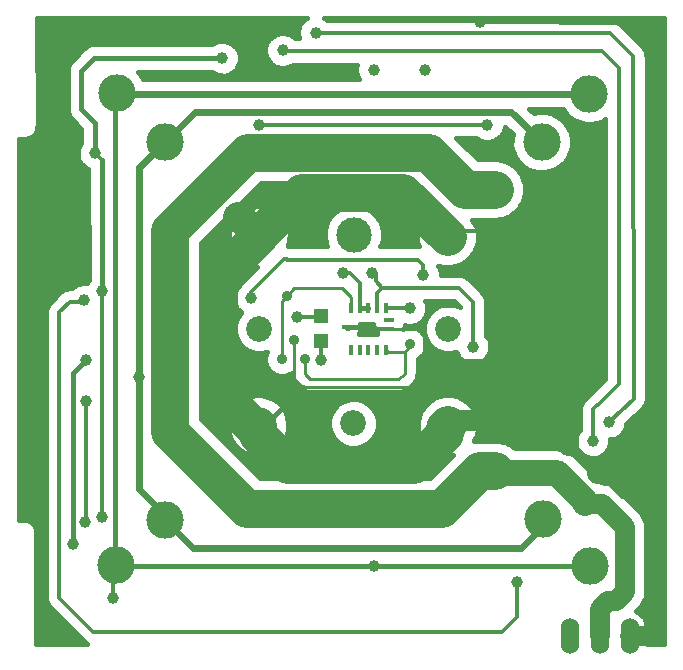
<source format=gbr>
G04 #@! TF.FileFunction,Copper,L2,Bot,Signal*
%FSLAX46Y46*%
G04 Gerber Fmt 4.6, Leading zero omitted, Abs format (unit mm)*
G04 Created by KiCad (PCBNEW 4.0.6) date 05/08/17 07:10:38*
%MOMM*%
%LPD*%
G01*
G04 APERTURE LIST*
%ADD10C,0.100000*%
%ADD11O,1.524000X3.048000*%
%ADD12R,1.200000X1.200000*%
%ADD13C,2.540000*%
%ADD14C,3.175000*%
%ADD15R,0.350000X0.805000*%
%ADD16R,0.805000X0.400000*%
%ADD17C,1.006400*%
%ADD18C,2.184400*%
%ADD19C,3.000000*%
%ADD20C,0.906400*%
%ADD21C,0.304800*%
%ADD22C,0.406400*%
%ADD23C,0.609600*%
%ADD24C,0.270000*%
%ADD25C,0.250000*%
%ADD26C,3.200000*%
%ADD27C,2.540000*%
%ADD28C,1.676400*%
%ADD29C,1.778000*%
%ADD30C,0.812800*%
%ADD31C,2.184400*%
G04 APERTURE END LIST*
D10*
D11*
X256042100Y-131099500D03*
X258582100Y-131099500D03*
X261122100Y-131099500D03*
D12*
X234985500Y-104039900D03*
X234985500Y-106139900D03*
D13*
X225707100Y-117285900D03*
D14*
X225707100Y-117285900D03*
D13*
X249703100Y-117110900D03*
D14*
X249703100Y-117110900D03*
D13*
X249700100Y-93294900D03*
D14*
X249700100Y-93294900D03*
D13*
X225779100Y-93237900D03*
D14*
X225779100Y-93237900D03*
D13*
X245730100Y-113257900D03*
D14*
X245730100Y-113257900D03*
D13*
X229670100Y-113285900D03*
D14*
X229670100Y-113285900D03*
D13*
X245697100Y-97322900D03*
D14*
X245697100Y-97322900D03*
D13*
X229771100Y-97283900D03*
D14*
X229771100Y-97283900D03*
D13*
X257755100Y-125137900D03*
D14*
X257755100Y-125137900D03*
D13*
X217629100Y-125047900D03*
D14*
X217629100Y-125047900D03*
D13*
X257669100Y-85165900D03*
D14*
X257669100Y-85165900D03*
D13*
X217680100Y-85114900D03*
D14*
X217680100Y-85114900D03*
D13*
X253761100Y-121206900D03*
D14*
X253761100Y-121206900D03*
D13*
X221799100Y-121302900D03*
D14*
X221799100Y-121302900D03*
D13*
X253667100Y-89292900D03*
D14*
X253667100Y-89292900D03*
D13*
X221779100Y-89231900D03*
D14*
X221779100Y-89231900D03*
D15*
X237498700Y-103342800D03*
X238248700Y-103342800D03*
X238998700Y-103342800D03*
X239748700Y-103342800D03*
X240498700Y-103342800D03*
D16*
X240771200Y-104315300D03*
D15*
X240498700Y-106887800D03*
X239748700Y-106887800D03*
X238998700Y-106887800D03*
X238248700Y-106887800D03*
X237498700Y-106887800D03*
D16*
X237226200Y-104940300D03*
X240771200Y-105115300D03*
D17*
X243824700Y-83144300D03*
X239430500Y-83144300D03*
D18*
X245755100Y-105089900D03*
X229753100Y-105089900D03*
X237728700Y-113090900D03*
D19*
X237761100Y-97108900D03*
D17*
X231734300Y-81518700D03*
X258008100Y-114563900D03*
X234528300Y-80020100D03*
X259369500Y-112989300D03*
X239444100Y-125137900D03*
X217403100Y-127895900D03*
X215018100Y-121452900D03*
X215084100Y-111162900D03*
X213967100Y-123319900D03*
X215060100Y-107765900D03*
X219599100Y-109162900D03*
X243660100Y-100536900D03*
X229067100Y-102470900D03*
X214935100Y-102688900D03*
X251565100Y-126496900D03*
X232978900Y-104099300D03*
X234985500Y-107756900D03*
D20*
X242519100Y-106387900D03*
X231663100Y-107681900D03*
X233637100Y-107681900D03*
X232102100Y-102291900D03*
D17*
X216470100Y-101848900D03*
X215843100Y-90210900D03*
X216462100Y-121059900D03*
X226629100Y-82172900D03*
D20*
X251334100Y-108882900D03*
X255324100Y-111428900D03*
X232726100Y-105994900D03*
D17*
X227997100Y-95632900D03*
X228042100Y-83723900D03*
X224373600Y-83655400D03*
X248470100Y-79127900D03*
X261988100Y-79165900D03*
X262094100Y-118633900D03*
X248496100Y-96781900D03*
X254164100Y-93902900D03*
X223406100Y-95600900D03*
X257341100Y-119860900D03*
X249069100Y-87794900D03*
X229743100Y-87794900D03*
X236865100Y-100365500D03*
X242503900Y-103362700D03*
X247863300Y-106613900D03*
X239298700Y-100392100D03*
D21*
X258734500Y-81594900D02*
X231810500Y-81594900D01*
X231810500Y-81594900D02*
X231734300Y-81518700D01*
X258734500Y-81594900D02*
X260182300Y-83042700D01*
X260182300Y-83042700D02*
X260182300Y-109788900D01*
X260182300Y-109788900D02*
X258404300Y-111566900D01*
X258404300Y-111566900D02*
X258353500Y-111566900D01*
X258353500Y-111566900D02*
X258023300Y-111897100D01*
X258023300Y-111897100D02*
X258023300Y-114548700D01*
X258023300Y-114548700D02*
X258008100Y-114563900D01*
X234528300Y-80020100D02*
X259445700Y-80020100D01*
X259445700Y-80020100D02*
X261426900Y-82001300D01*
X261426900Y-82001300D02*
X261452300Y-111008100D01*
X261452300Y-111008100D02*
X259369500Y-112989300D01*
D22*
X257755100Y-125137900D02*
X239444100Y-125137900D01*
X239444100Y-125137900D02*
X218244100Y-125137900D01*
X218244100Y-125137900D02*
X217576100Y-124469900D01*
X217576100Y-124469900D02*
X217576100Y-124994900D01*
X217576100Y-124994900D02*
X217629100Y-125047900D01*
X217576100Y-124469900D02*
X217576100Y-85218900D01*
X217576100Y-85218900D02*
X217680100Y-85114900D01*
X217456100Y-125925900D02*
X217888600Y-125493400D01*
X217888600Y-125493400D02*
X218244100Y-125137900D01*
D21*
X217403100Y-127895900D02*
X217403100Y-125978900D01*
X217403100Y-125978900D02*
X217888600Y-125493400D01*
D23*
X257669100Y-85165900D02*
X217731100Y-85165900D01*
X217731100Y-85165900D02*
X217680100Y-85114900D01*
D21*
X215084100Y-111162900D02*
X215084100Y-121042900D01*
X215084100Y-121042900D02*
X215018100Y-121452900D01*
D23*
X253761100Y-121206900D02*
X253761100Y-121801900D01*
X253761100Y-121801900D02*
X251891100Y-123671900D01*
X251891100Y-123671900D02*
X224168100Y-123671900D01*
X224168100Y-123671900D02*
X221799100Y-121302900D01*
X221799100Y-121302900D02*
X221799100Y-120875900D01*
X221799100Y-120875900D02*
X219599100Y-118675900D01*
X219599100Y-118675900D02*
X219599100Y-109162900D01*
X219599100Y-109162900D02*
X219599100Y-91411900D01*
X219599100Y-91411900D02*
X221779100Y-89231900D01*
X221779100Y-89231900D02*
X221809100Y-89231900D01*
X221809100Y-89231900D02*
X224351100Y-86689900D01*
X224351100Y-86689900D02*
X251064100Y-86689900D01*
X251064100Y-86689900D02*
X253667100Y-89292900D01*
D22*
X213967100Y-123319900D02*
X213967100Y-108858900D01*
X213967100Y-108858900D02*
X215060100Y-107765900D01*
D21*
X243660100Y-100536900D02*
X243660100Y-99709900D01*
X243660100Y-99709900D02*
X243177100Y-99226900D01*
X243177100Y-99226900D02*
X232135100Y-99226900D01*
X232135100Y-99226900D02*
X232104100Y-99195900D01*
X232104100Y-99195900D02*
X231823100Y-99195900D01*
X231823100Y-99195900D02*
X229067100Y-101951900D01*
X251462100Y-126582900D02*
X251565100Y-126496900D01*
X212818100Y-103661900D02*
X212818100Y-127870900D01*
X212818100Y-127870900D02*
X215716100Y-130768900D01*
X215716100Y-130768900D02*
X250275100Y-130768900D01*
X250275100Y-130768900D02*
X251590100Y-129453900D01*
X251590100Y-129453900D02*
X251590100Y-126521900D01*
X251590100Y-126521900D02*
X251565100Y-126496900D01*
X229067100Y-102470900D02*
X229067100Y-101951900D01*
X212818100Y-103661900D02*
X213698100Y-102781900D01*
X213698100Y-102781900D02*
X214842100Y-102781900D01*
X214842100Y-102781900D02*
X214935100Y-102688900D01*
X232978900Y-104099300D02*
X234926100Y-104099300D01*
X234926100Y-104099300D02*
X234985500Y-104039900D01*
X234985500Y-106139900D02*
X234985500Y-107756900D01*
D24*
X242519100Y-106387900D02*
X242519100Y-106563900D01*
X242519100Y-106563900D02*
X242054100Y-107028900D01*
X242054100Y-107028900D02*
X242050100Y-107032900D01*
X242050100Y-107032900D02*
X240643800Y-107032900D01*
X240643800Y-107032900D02*
X240498700Y-106887800D01*
X237498700Y-103342800D02*
X237498700Y-102366500D01*
X237498700Y-102366500D02*
X236801100Y-101668900D01*
X232725100Y-101668900D02*
X232721100Y-101668900D01*
X232721100Y-101668900D02*
X231695100Y-102694900D01*
X231695100Y-102694900D02*
X231695100Y-107388900D01*
X231695100Y-107388900D02*
X231663100Y-107681900D01*
X233637100Y-107681900D02*
X233641100Y-108953900D01*
X233641100Y-108953900D02*
X234065100Y-109363900D01*
X234065100Y-109363900D02*
X241516100Y-109363900D01*
X241516100Y-109363900D02*
X242054100Y-108952900D01*
X236801100Y-101668900D02*
X232725100Y-101668900D01*
X232725100Y-101668900D02*
X232102100Y-102291900D01*
D22*
X216470100Y-101848900D02*
X216438100Y-90805900D01*
D21*
X216438100Y-90805900D02*
X215843100Y-90210900D01*
X216462100Y-121059900D02*
X216458100Y-102387900D01*
X216458100Y-102387900D02*
X216470100Y-101848900D01*
D24*
X242054100Y-108952900D02*
X242054100Y-107028900D01*
D22*
X215843100Y-90210900D02*
X215843100Y-87658900D01*
X215843100Y-87658900D02*
X214691100Y-86506900D01*
X214691100Y-86506900D02*
X214691100Y-83220900D01*
X214691100Y-83220900D02*
X215785100Y-82126900D01*
X215785100Y-82126900D02*
X226629100Y-82172900D01*
D21*
X240771200Y-105115300D02*
X239151100Y-105115300D01*
X239151100Y-105115300D02*
X238973300Y-104937500D01*
X238973300Y-104937500D02*
X237229000Y-104937500D01*
X237229000Y-104937500D02*
X237226200Y-104940300D01*
D25*
X251334100Y-108882900D02*
X251822100Y-108882900D01*
X251822100Y-108882900D02*
X252861100Y-107843900D01*
X252861100Y-107843900D02*
X253430100Y-107843900D01*
X253430100Y-107843900D02*
X255324100Y-109737900D01*
X255324100Y-109737900D02*
X255324100Y-111428900D01*
D24*
X240771200Y-105115300D02*
X243241500Y-105115300D01*
X243241500Y-105115300D02*
X243692100Y-105565900D01*
X243692100Y-105565900D02*
X243692100Y-107092900D01*
X243692100Y-107092900D02*
X244366100Y-107766900D01*
X244366100Y-107766900D02*
X250218100Y-107766900D01*
X250218100Y-107766900D02*
X251334100Y-108882900D01*
X232726100Y-105994900D02*
X232726100Y-109303900D01*
X232726100Y-109303900D02*
X233453100Y-110027900D01*
X233453100Y-110027900D02*
X250273100Y-110027900D01*
X250273100Y-110027900D02*
X251334100Y-108882900D01*
D26*
X229670100Y-113285900D02*
X229670100Y-114077900D01*
X229670100Y-114077900D02*
X232231100Y-116638900D01*
X232231100Y-116638900D02*
X242891100Y-116638900D01*
X242891100Y-116638900D02*
X245520100Y-114009900D01*
X245520100Y-114009900D02*
X245520100Y-113467900D01*
X245520100Y-113467900D02*
X245730100Y-113257900D01*
X229670100Y-113285900D02*
X229159100Y-113285900D01*
X229159100Y-113285900D02*
X227528100Y-111654900D01*
X227528100Y-111654900D02*
X227528100Y-111652900D01*
X227528100Y-111652900D02*
X226380100Y-110504900D01*
X226380100Y-110504900D02*
X226380100Y-100674900D01*
X226380100Y-100674900D02*
X229771100Y-97283900D01*
X229771100Y-97283900D02*
X229771100Y-97190900D01*
X229771100Y-97190900D02*
X233380100Y-93581900D01*
X233380100Y-93581900D02*
X241956100Y-93581900D01*
X241956100Y-93581900D02*
X245697100Y-97322900D01*
D22*
X229670100Y-113285900D02*
X230195100Y-113285900D01*
X230195100Y-113285900D02*
X233453100Y-110027900D01*
D27*
X227997100Y-95632900D02*
X228120100Y-95632900D01*
X228120100Y-95632900D02*
X229771100Y-97283900D01*
D22*
X228042100Y-83723900D02*
X224442100Y-83723900D01*
X224442100Y-83723900D02*
X224373600Y-83655400D01*
D21*
X248470100Y-79127900D02*
X261988100Y-79165900D01*
D28*
X262094100Y-118633900D02*
X262832100Y-118633900D01*
X262832100Y-118633900D02*
X263386100Y-119187900D01*
X263386100Y-119187900D02*
X263386100Y-130690900D01*
X263386100Y-130690900D02*
X262964100Y-131112900D01*
X262964100Y-131112900D02*
X261135500Y-131112900D01*
X261135500Y-131112900D02*
X261122100Y-131099500D01*
D29*
X262094100Y-118633900D02*
X260768100Y-118633900D01*
X260768100Y-118633900D02*
X260198100Y-118063900D01*
D30*
X260198100Y-118063900D02*
X260198100Y-117999900D01*
D29*
X260198100Y-117999900D02*
X259534100Y-117335900D01*
X259534100Y-117335900D02*
X258333100Y-117335900D01*
D30*
X258333100Y-117335900D02*
X255959100Y-114961900D01*
X255959100Y-114961900D02*
X255929100Y-114961900D01*
D29*
X255929100Y-114961900D02*
X253776100Y-112808900D01*
X253776100Y-112808900D02*
X246179100Y-112808900D01*
D28*
X246179100Y-112808900D02*
X245730100Y-113257900D01*
D21*
X248496100Y-96781900D02*
X246238100Y-96781900D01*
X246238100Y-96781900D02*
X245697100Y-97322900D01*
X254164100Y-93902900D02*
X254143100Y-93902900D01*
X254143100Y-93902900D02*
X251330100Y-96715900D01*
X251330100Y-96715900D02*
X248562100Y-96715900D01*
X248562100Y-96715900D02*
X248496100Y-96781900D01*
D26*
X249703100Y-117110900D02*
X248443100Y-117110900D01*
X248443100Y-117110900D02*
X245246100Y-120307900D01*
X245246100Y-120307900D02*
X228729100Y-120307900D01*
X228729100Y-120307900D02*
X225707100Y-117285900D01*
X249700100Y-93294900D02*
X247207100Y-93294900D01*
X247207100Y-93294900D02*
X244098100Y-90185900D01*
X244098100Y-90185900D02*
X228831100Y-90185900D01*
X228831100Y-90185900D02*
X225779100Y-93237900D01*
X225779100Y-93237900D02*
X225769100Y-93237900D01*
X225769100Y-93237900D02*
X223406100Y-95600900D01*
X223406100Y-95600900D02*
X223406100Y-95602900D01*
X223406100Y-95602900D02*
X222225100Y-96783900D01*
X222225100Y-96783900D02*
X222225100Y-113803900D01*
X222225100Y-113803900D02*
X225707100Y-117285900D01*
D31*
X257341100Y-119860900D02*
X257341100Y-119674900D01*
X257341100Y-119674900D02*
X254926100Y-117259900D01*
X254926100Y-117259900D02*
X249852100Y-117259900D01*
X249852100Y-117259900D02*
X249703100Y-117110900D01*
D28*
X258582100Y-131099500D02*
X258582100Y-128849900D01*
X258582100Y-128849900D02*
X259300100Y-128131900D01*
X259300100Y-128131900D02*
X259958100Y-128131900D01*
X259958100Y-128131900D02*
X260697100Y-127392900D01*
X260697100Y-127392900D02*
X260697100Y-121850144D01*
X260697100Y-121850144D02*
X258746100Y-119899144D01*
X258746100Y-119899144D02*
X257379344Y-119899144D01*
X257379344Y-119899144D02*
X257341100Y-119860900D01*
D21*
X249069100Y-87794900D02*
X229743100Y-87794900D01*
D22*
X238248700Y-103342800D02*
X238998700Y-103342800D01*
D21*
X238248700Y-103342800D02*
X238248700Y-101241100D01*
X238248700Y-101241100D02*
X237398500Y-100390900D01*
X237398500Y-100390900D02*
X236890500Y-100390900D01*
X236890500Y-100390900D02*
X236865100Y-100365500D01*
X242503900Y-103362700D02*
X240504200Y-103337300D01*
X240504200Y-103337300D02*
X240498700Y-103342800D01*
X240141700Y-101610100D02*
X239709900Y-102041900D01*
X239709900Y-102041900D02*
X239709900Y-103304000D01*
X239709900Y-103304000D02*
X239748700Y-103342800D01*
X247863300Y-106613900D02*
X247863300Y-102803900D01*
X247863300Y-102803900D02*
X246669500Y-101610100D01*
X246669500Y-101610100D02*
X240141700Y-101610100D01*
X239298700Y-100392100D02*
X239485700Y-100371100D01*
X239485700Y-100371100D02*
X239628300Y-100574700D01*
X239628300Y-100574700D02*
X239608300Y-101076700D01*
X239608300Y-101076700D02*
X240141700Y-101610100D01*
D22*
G36*
X264057900Y-131742700D02*
X262543700Y-131742700D01*
X262543700Y-131124500D01*
X261147100Y-131124500D01*
X261147100Y-131144500D01*
X261097100Y-131144500D01*
X261097100Y-131124500D01*
X261077100Y-131124500D01*
X261077100Y-131074500D01*
X261097100Y-131074500D01*
X261097100Y-131054500D01*
X261147100Y-131054500D01*
X261147100Y-131074500D01*
X262543700Y-131074500D01*
X262543700Y-130312500D01*
X262511507Y-130035640D01*
X262425920Y-129770380D01*
X262290228Y-129526914D01*
X262109645Y-129314599D01*
X261891112Y-129141593D01*
X261643026Y-129014545D01*
X261629649Y-129010743D01*
X261972296Y-128668096D01*
X262078038Y-128539365D01*
X262185110Y-128411761D01*
X262189676Y-128403455D01*
X262195698Y-128396124D01*
X262274418Y-128249311D01*
X262354669Y-128103335D01*
X262357537Y-128094292D01*
X262362017Y-128085938D01*
X262410715Y-127926654D01*
X262461091Y-127767848D01*
X262462148Y-127758425D01*
X262464921Y-127749355D01*
X262481758Y-127583599D01*
X262500324Y-127418079D01*
X262500454Y-127399544D01*
X262500489Y-127399195D01*
X262500458Y-127398870D01*
X262500500Y-127392900D01*
X262500500Y-121850144D01*
X262484244Y-121684350D01*
X262469726Y-121518406D01*
X262467080Y-121509300D01*
X262466155Y-121499862D01*
X262418022Y-121340438D01*
X262371532Y-121180419D01*
X262367165Y-121171995D01*
X262364426Y-121162922D01*
X262286250Y-121015895D01*
X262209559Y-120867943D01*
X262203642Y-120860531D01*
X262199190Y-120852158D01*
X262093885Y-120723041D01*
X261989976Y-120592877D01*
X261976961Y-120579678D01*
X261976740Y-120579407D01*
X261976489Y-120579200D01*
X261972297Y-120574948D01*
X260021296Y-118623948D01*
X259892565Y-118518206D01*
X259764961Y-118411134D01*
X259756655Y-118406568D01*
X259749324Y-118400546D01*
X259602511Y-118321826D01*
X259456535Y-118241575D01*
X259447492Y-118238707D01*
X259439138Y-118234227D01*
X259279854Y-118185529D01*
X259121048Y-118135153D01*
X259111625Y-118134096D01*
X259102555Y-118131323D01*
X258936799Y-118114486D01*
X258771279Y-118095920D01*
X258752744Y-118095790D01*
X258752395Y-118095755D01*
X258752070Y-118095786D01*
X258746100Y-118095744D01*
X258671547Y-118095744D01*
X256380901Y-115805099D01*
X256234072Y-115684492D01*
X256088463Y-115562311D01*
X256078981Y-115557098D01*
X256070622Y-115550232D01*
X255903130Y-115460424D01*
X255736596Y-115368871D01*
X255726285Y-115365600D01*
X255716749Y-115360487D01*
X255535005Y-115304923D01*
X255353858Y-115247459D01*
X255343105Y-115246253D01*
X255332760Y-115243090D01*
X255143690Y-115223885D01*
X254954826Y-115202701D01*
X254933676Y-115202553D01*
X254933282Y-115202513D01*
X254932915Y-115202548D01*
X254926100Y-115202500D01*
X251405658Y-115202500D01*
X251338125Y-115134494D01*
X251242700Y-115070129D01*
X251152353Y-114994319D01*
X251033150Y-114928787D01*
X250923100Y-114854557D01*
X250816998Y-114809956D01*
X250713640Y-114753134D01*
X250583980Y-114712004D01*
X250461606Y-114660562D01*
X250348855Y-114637418D01*
X250236435Y-114601756D01*
X250101256Y-114586593D01*
X249971221Y-114559901D01*
X249856128Y-114559097D01*
X249738916Y-114545950D01*
X249703100Y-114545700D01*
X248443100Y-114545700D01*
X248207283Y-114568822D01*
X247971228Y-114589474D01*
X247958273Y-114593238D01*
X247944850Y-114594554D01*
X247902162Y-114607442D01*
X247960399Y-114524886D01*
X248164015Y-114067556D01*
X248274925Y-113579386D01*
X248282909Y-113007595D01*
X248185673Y-112516519D01*
X247994906Y-112053681D01*
X247717872Y-111636713D01*
X247365125Y-111281494D01*
X246950100Y-111001557D01*
X246488606Y-110807562D01*
X245998221Y-110706901D01*
X245497623Y-110703406D01*
X245005880Y-110797211D01*
X244541722Y-110984743D01*
X244122829Y-111258858D01*
X243765157Y-111609117D01*
X243482329Y-112022177D01*
X243285117Y-112482306D01*
X243181035Y-112971977D01*
X243174045Y-113472538D01*
X243264415Y-113964924D01*
X243448702Y-114430379D01*
X243719886Y-114851176D01*
X244067639Y-115211285D01*
X244478715Y-115496990D01*
X244937456Y-115697408D01*
X245426388Y-115804907D01*
X245926888Y-115815391D01*
X246150255Y-115776005D01*
X244183560Y-117742700D01*
X229791641Y-117742700D01*
X227521042Y-115472102D01*
X227520971Y-115472030D01*
X225549479Y-113500538D01*
X227114045Y-113500538D01*
X227204415Y-113992924D01*
X227388702Y-114458379D01*
X227659886Y-114879176D01*
X228007639Y-115239285D01*
X228418715Y-115524990D01*
X228877456Y-115725408D01*
X229366388Y-115832907D01*
X229866888Y-115843391D01*
X230359893Y-115756461D01*
X230826624Y-115575428D01*
X231249303Y-115307188D01*
X231611831Y-114961957D01*
X231900399Y-114552886D01*
X232104015Y-114095556D01*
X232214925Y-113607386D01*
X232219721Y-113263892D01*
X235668596Y-113263892D01*
X235741431Y-113660740D01*
X235889961Y-114035884D01*
X236108527Y-114375033D01*
X236388806Y-114665270D01*
X236720121Y-114895540D01*
X237089852Y-115057071D01*
X237483917Y-115143712D01*
X237887305Y-115152162D01*
X238284653Y-115082099D01*
X238660824Y-114936192D01*
X239001491Y-114719998D01*
X239293678Y-114441752D01*
X239526255Y-114112053D01*
X239690364Y-113743459D01*
X239779753Y-113350008D01*
X239786188Y-112889162D01*
X239707819Y-112493369D01*
X239554066Y-112120336D01*
X239330785Y-111784271D01*
X239046482Y-111497976D01*
X238711984Y-111272354D01*
X238340034Y-111116001D01*
X237944797Y-111034870D01*
X237541330Y-111032053D01*
X237145000Y-111107657D01*
X236770903Y-111258803D01*
X236433287Y-111479732D01*
X236145014Y-111762030D01*
X235917063Y-112094944D01*
X235758117Y-112465794D01*
X235674229Y-112860454D01*
X235668596Y-113263892D01*
X232219721Y-113263892D01*
X232222909Y-113035595D01*
X232125673Y-112544519D01*
X231934906Y-112081681D01*
X231657872Y-111664713D01*
X231305125Y-111309494D01*
X230890100Y-111029557D01*
X230428606Y-110835562D01*
X229938221Y-110734901D01*
X229437623Y-110731406D01*
X228945880Y-110825211D01*
X228481722Y-111012743D01*
X228062829Y-111286858D01*
X227705157Y-111637117D01*
X227422329Y-112050177D01*
X227225117Y-112510306D01*
X227121035Y-112999977D01*
X227114045Y-113500538D01*
X225549479Y-113500538D01*
X224790300Y-112741360D01*
X224790300Y-97846440D01*
X225219970Y-97416770D01*
X225229169Y-97405571D01*
X227519647Y-95115094D01*
X227567468Y-95076919D01*
X227586236Y-95058410D01*
X227586628Y-95058091D01*
X227586928Y-95057728D01*
X227592970Y-95051770D01*
X229893640Y-92751100D01*
X243035560Y-92751100D01*
X245118830Y-94834370D01*
X244972880Y-94862211D01*
X244508722Y-95049743D01*
X244089829Y-95323858D01*
X243732157Y-95674117D01*
X243449329Y-96087177D01*
X243252117Y-96547306D01*
X243148035Y-97036977D01*
X243141045Y-97537538D01*
X243231415Y-98029924D01*
X243266147Y-98117647D01*
X243192704Y-98109409D01*
X243181215Y-98109329D01*
X243181001Y-98109307D01*
X243180802Y-98109326D01*
X243177100Y-98109300D01*
X240014306Y-98109300D01*
X240111587Y-97890803D01*
X240218695Y-97419366D01*
X240226406Y-96867175D01*
X240132503Y-96392931D01*
X239948274Y-95945959D01*
X239680737Y-95543283D01*
X239340081Y-95200240D01*
X238939282Y-94929898D01*
X238493607Y-94742553D01*
X238020030Y-94645342D01*
X237536591Y-94641967D01*
X237061704Y-94732556D01*
X236613456Y-94913660D01*
X236208922Y-95178380D01*
X235863510Y-95516633D01*
X235590376Y-95915534D01*
X235399925Y-96359891D01*
X235299410Y-96832777D01*
X235292660Y-97316181D01*
X235379932Y-97791689D01*
X235505683Y-98109300D01*
X232357198Y-98109300D01*
X232336462Y-98102722D01*
X232330621Y-98102067D01*
X232325002Y-98100349D01*
X232222314Y-98089918D01*
X232206251Y-98088117D01*
X232315925Y-97605386D01*
X232323909Y-97033595D01*
X232226673Y-96542519D01*
X232035906Y-96079681D01*
X231758872Y-95662713D01*
X231406125Y-95307494D01*
X230991100Y-95027557D01*
X230529606Y-94833562D01*
X230039221Y-94732901D01*
X229538623Y-94729406D01*
X229046880Y-94823211D01*
X228582722Y-95010743D01*
X228163829Y-95284858D01*
X227806157Y-95635117D01*
X227523329Y-96048177D01*
X227326117Y-96508306D01*
X227222035Y-96997977D01*
X227215045Y-97498538D01*
X227305415Y-97990924D01*
X227489702Y-98456379D01*
X227760886Y-98877176D01*
X228108639Y-99237285D01*
X228519715Y-99522990D01*
X228978456Y-99723408D01*
X229467388Y-99830907D01*
X229604691Y-99833783D01*
X228276837Y-101161637D01*
X228211308Y-101241414D01*
X228146976Y-101318082D01*
X228142543Y-101320983D01*
X227936798Y-101522464D01*
X227774105Y-101760070D01*
X227660662Y-102024752D01*
X227600790Y-102306427D01*
X227596770Y-102594367D01*
X227648754Y-102877604D01*
X227754762Y-103145350D01*
X227910756Y-103387407D01*
X228110796Y-103594554D01*
X228244512Y-103687489D01*
X228169414Y-103761030D01*
X227941463Y-104093944D01*
X227782517Y-104464794D01*
X227698629Y-104859454D01*
X227692996Y-105262892D01*
X227765831Y-105659740D01*
X227914361Y-106034884D01*
X228132927Y-106374033D01*
X228413206Y-106664270D01*
X228744521Y-106894540D01*
X229114252Y-107056071D01*
X229508317Y-107142712D01*
X229911705Y-107151162D01*
X230309053Y-107081099D01*
X230390966Y-107049327D01*
X230304553Y-107250943D01*
X230246719Y-107523027D01*
X230242836Y-107801163D01*
X230293049Y-108074756D01*
X230395448Y-108333385D01*
X230546131Y-108567199D01*
X230739359Y-108767292D01*
X230967772Y-108926044D01*
X231222670Y-109037406D01*
X231494343Y-109097137D01*
X231772445Y-109102962D01*
X232046381Y-109054660D01*
X232305719Y-108954070D01*
X232540426Y-108805121D01*
X232540905Y-108957359D01*
X232541082Y-108959104D01*
X232540922Y-108960846D01*
X232551891Y-109065886D01*
X232562530Y-109170989D01*
X232563041Y-109172662D01*
X232563223Y-109174406D01*
X232594399Y-109275358D01*
X232625237Y-109376350D01*
X232626065Y-109377895D01*
X232626581Y-109379567D01*
X232676793Y-109472580D01*
X232726639Y-109565619D01*
X232727748Y-109566970D01*
X232728582Y-109568515D01*
X232795950Y-109650060D01*
X232862872Y-109731590D01*
X232864224Y-109732702D01*
X232865340Y-109734052D01*
X232876308Y-109744807D01*
X233300308Y-110154807D01*
X233372706Y-110212268D01*
X233443523Y-110271690D01*
X233456710Y-110278940D01*
X233468495Y-110288293D01*
X233550681Y-110330601D01*
X233631685Y-110375133D01*
X233646026Y-110379682D01*
X233659406Y-110386570D01*
X233748255Y-110412111D01*
X233836356Y-110440058D01*
X233851309Y-110441735D01*
X233865769Y-110445892D01*
X233957871Y-110453688D01*
X234049739Y-110463993D01*
X234065100Y-110464100D01*
X241516100Y-110464100D01*
X241544620Y-110461304D01*
X241573252Y-110462615D01*
X241651276Y-110450846D01*
X241729797Y-110443147D01*
X241757233Y-110434864D01*
X241785572Y-110430589D01*
X241859815Y-110403892D01*
X241935354Y-110381086D01*
X241960661Y-110367630D01*
X241987628Y-110357933D01*
X242055275Y-110317322D01*
X242124941Y-110280280D01*
X242147150Y-110262167D01*
X242171723Y-110247415D01*
X242183994Y-110238175D01*
X242721995Y-109827175D01*
X242771322Y-109781213D01*
X242823870Y-109738963D01*
X242849698Y-109708182D01*
X242879089Y-109680796D01*
X242918548Y-109626130D01*
X242961890Y-109574477D01*
X242981245Y-109539270D01*
X243004760Y-109506693D01*
X243032851Y-109445399D01*
X243065333Y-109386315D01*
X243077482Y-109348018D01*
X243094220Y-109311495D01*
X243109872Y-109245911D01*
X243130258Y-109181644D01*
X243134736Y-109141721D01*
X243144063Y-109102639D01*
X243146678Y-109035262D01*
X243154193Y-108968261D01*
X243154300Y-108952900D01*
X243154300Y-107662948D01*
X243161719Y-107660070D01*
X243396580Y-107511023D01*
X243598017Y-107319196D01*
X243758359Y-107091897D01*
X243871498Y-106837783D01*
X243933124Y-106566533D01*
X243937561Y-106248819D01*
X243883532Y-105975954D01*
X243777533Y-105718780D01*
X243623600Y-105487092D01*
X243427597Y-105289716D01*
X243196990Y-105134169D01*
X242940562Y-105026377D01*
X242668081Y-104970445D01*
X242389925Y-104968503D01*
X242116689Y-105020625D01*
X241945849Y-105089649D01*
X241993019Y-105034304D01*
X242105172Y-104785499D01*
X242106127Y-104778781D01*
X242329194Y-104827826D01*
X242617099Y-104833856D01*
X242900693Y-104783851D01*
X243169172Y-104679715D01*
X243412312Y-104525414D01*
X243620850Y-104326825D01*
X243786844Y-104091514D01*
X243903971Y-103828442D01*
X243967770Y-103547630D01*
X243972363Y-103218716D01*
X243916430Y-102936232D01*
X243830479Y-102727700D01*
X246206574Y-102727700D01*
X246745700Y-103266825D01*
X246745700Y-103276289D01*
X246738384Y-103271354D01*
X246366434Y-103115001D01*
X245971197Y-103033870D01*
X245567730Y-103031053D01*
X245171400Y-103106657D01*
X244797303Y-103257803D01*
X244459687Y-103478732D01*
X244171414Y-103761030D01*
X243943463Y-104093944D01*
X243784517Y-104464794D01*
X243700629Y-104859454D01*
X243694996Y-105262892D01*
X243767831Y-105659740D01*
X243916361Y-106034884D01*
X244134927Y-106374033D01*
X244415206Y-106664270D01*
X244746521Y-106894540D01*
X245116252Y-107056071D01*
X245510317Y-107142712D01*
X245913705Y-107151162D01*
X246311053Y-107081099D01*
X246447891Y-107028023D01*
X246550962Y-107288350D01*
X246706956Y-107530407D01*
X246906996Y-107737554D01*
X247143461Y-107901901D01*
X247407344Y-108017189D01*
X247688594Y-108079026D01*
X247976499Y-108085056D01*
X248260093Y-108035051D01*
X248528572Y-107930915D01*
X248771712Y-107776614D01*
X248980250Y-107578025D01*
X249146244Y-107342714D01*
X249263371Y-107079642D01*
X249327170Y-106798830D01*
X249331763Y-106469916D01*
X249275830Y-106187432D01*
X249166094Y-105921192D01*
X249006734Y-105681338D01*
X248980900Y-105655323D01*
X248980900Y-102803900D01*
X248970827Y-102701167D01*
X248961828Y-102598316D01*
X248960188Y-102592673D01*
X248959615Y-102586824D01*
X248929779Y-102488002D01*
X248900976Y-102388859D01*
X248898271Y-102383641D01*
X248896573Y-102378016D01*
X248848109Y-102286870D01*
X248800598Y-102195211D01*
X248796932Y-102190618D01*
X248794173Y-102185430D01*
X248728937Y-102105443D01*
X248664519Y-102024748D01*
X248656451Y-102016567D01*
X248656316Y-102016401D01*
X248656162Y-102016274D01*
X248653562Y-102013637D01*
X247459763Y-100819837D01*
X247379986Y-100754308D01*
X247300907Y-100687953D01*
X247295756Y-100685121D01*
X247291216Y-100681392D01*
X247200231Y-100632606D01*
X247109769Y-100582874D01*
X247104169Y-100581098D01*
X247098989Y-100578320D01*
X247000263Y-100548137D01*
X246901862Y-100516922D01*
X246896021Y-100516267D01*
X246890402Y-100514549D01*
X246787714Y-100504118D01*
X246685104Y-100492609D01*
X246673615Y-100492529D01*
X246673401Y-100492507D01*
X246673202Y-100492526D01*
X246669500Y-100492500D01*
X245127172Y-100492500D01*
X245128563Y-100392916D01*
X245072630Y-100110432D01*
X244962894Y-99844192D01*
X244909258Y-99763464D01*
X245393388Y-99869907D01*
X245893888Y-99880391D01*
X246386893Y-99793461D01*
X246853624Y-99612428D01*
X247276303Y-99344188D01*
X247638831Y-98998957D01*
X247927399Y-98589886D01*
X248131015Y-98132556D01*
X248241925Y-97644386D01*
X248249909Y-97072595D01*
X248152673Y-96581519D01*
X247961906Y-96118681D01*
X247790104Y-95860100D01*
X249700100Y-95860100D01*
X249799523Y-95850351D01*
X249896888Y-95852391D01*
X250044907Y-95826291D01*
X250198350Y-95811246D01*
X250293984Y-95782372D01*
X250389893Y-95765461D01*
X250530027Y-95711107D01*
X250677622Y-95666545D01*
X250765826Y-95619646D01*
X250856624Y-95584428D01*
X250983527Y-95503893D01*
X251119660Y-95431510D01*
X251197077Y-95368370D01*
X251279303Y-95316188D01*
X251388146Y-95212538D01*
X251507628Y-95115091D01*
X251571307Y-95038116D01*
X251641831Y-94970957D01*
X251728469Y-94848139D01*
X251826747Y-94729342D01*
X251874261Y-94641467D01*
X251930399Y-94561886D01*
X251991534Y-94424575D01*
X252064863Y-94288955D01*
X252094403Y-94193525D01*
X252134015Y-94104556D01*
X252167315Y-93957985D01*
X252212906Y-93810705D01*
X252223348Y-93711358D01*
X252244925Y-93616386D01*
X252246701Y-93489162D01*
X252265237Y-93312808D01*
X252251302Y-93159687D01*
X252252909Y-93044595D01*
X252230552Y-92931686D01*
X252219863Y-92814229D01*
X252181457Y-92683735D01*
X252155673Y-92553519D01*
X252111813Y-92447106D01*
X252078512Y-92333959D01*
X252015493Y-92213414D01*
X251964906Y-92090681D01*
X251901209Y-91994810D01*
X251846568Y-91890291D01*
X251761333Y-91784280D01*
X251687872Y-91673713D01*
X251606768Y-91592041D01*
X251532865Y-91500124D01*
X251428666Y-91412691D01*
X251335125Y-91318494D01*
X251239700Y-91254129D01*
X251149353Y-91178319D01*
X251030150Y-91112787D01*
X250920100Y-91038557D01*
X250813998Y-90993956D01*
X250710640Y-90937134D01*
X250580980Y-90896004D01*
X250458606Y-90844562D01*
X250345855Y-90821418D01*
X250233435Y-90785756D01*
X250098256Y-90770593D01*
X249968221Y-90743901D01*
X249853128Y-90743097D01*
X249735916Y-90729950D01*
X249700100Y-90729700D01*
X248269640Y-90729700D01*
X246452440Y-88912500D01*
X248106950Y-88912500D01*
X248112796Y-88918554D01*
X248349261Y-89082901D01*
X248613144Y-89198189D01*
X248894394Y-89260026D01*
X249182299Y-89266056D01*
X249465893Y-89216051D01*
X249734372Y-89111915D01*
X249977512Y-88957614D01*
X250186050Y-88759025D01*
X250352044Y-88523714D01*
X250469171Y-88260642D01*
X250532970Y-87979830D01*
X250533248Y-87959900D01*
X250538048Y-87959900D01*
X251199914Y-88621766D01*
X251118035Y-89006977D01*
X251111045Y-89507538D01*
X251201415Y-89999924D01*
X251385702Y-90465379D01*
X251656886Y-90886176D01*
X252004639Y-91246285D01*
X252415715Y-91531990D01*
X252874456Y-91732408D01*
X253363388Y-91839907D01*
X253863888Y-91850391D01*
X254356893Y-91763461D01*
X254823624Y-91582428D01*
X255246303Y-91314188D01*
X255608831Y-90968957D01*
X255897399Y-90559886D01*
X256101015Y-90102556D01*
X256211925Y-89614386D01*
X256219909Y-89042595D01*
X256122673Y-88551519D01*
X255931906Y-88088681D01*
X255654872Y-87671713D01*
X255302125Y-87316494D01*
X254887100Y-87036557D01*
X254425606Y-86842562D01*
X253935221Y-86741901D01*
X253434623Y-86738406D01*
X252992918Y-86822666D01*
X252606152Y-86435900D01*
X255450550Y-86435900D01*
X255658886Y-86759176D01*
X256006639Y-87119285D01*
X256417715Y-87404990D01*
X256876456Y-87605408D01*
X257365388Y-87712907D01*
X257865888Y-87723391D01*
X258358893Y-87636461D01*
X258825624Y-87455428D01*
X259064700Y-87303706D01*
X259064700Y-109325975D01*
X257778572Y-110612102D01*
X257744811Y-110629602D01*
X257740218Y-110633268D01*
X257735030Y-110636027D01*
X257655043Y-110701263D01*
X257574348Y-110765681D01*
X257566167Y-110773749D01*
X257566001Y-110773884D01*
X257565874Y-110774038D01*
X257563237Y-110776638D01*
X257233037Y-111106837D01*
X257167508Y-111186614D01*
X257101153Y-111265693D01*
X257098321Y-111270844D01*
X257094592Y-111275384D01*
X257045806Y-111366369D01*
X256996074Y-111456831D01*
X256994298Y-111462431D01*
X256991520Y-111467611D01*
X256961337Y-111566337D01*
X256930122Y-111664738D01*
X256929467Y-111670579D01*
X256927749Y-111676198D01*
X256917318Y-111778886D01*
X256905809Y-111881496D01*
X256905729Y-111892985D01*
X256905707Y-111893199D01*
X256905726Y-111893398D01*
X256905700Y-111897100D01*
X256905700Y-113588140D01*
X256877798Y-113615464D01*
X256715105Y-113853070D01*
X256601662Y-114117752D01*
X256541790Y-114399427D01*
X256537770Y-114687367D01*
X256589754Y-114970604D01*
X256695762Y-115238350D01*
X256851756Y-115480407D01*
X257051796Y-115687554D01*
X257288261Y-115851901D01*
X257552144Y-115967189D01*
X257833394Y-116029026D01*
X258121299Y-116035056D01*
X258404893Y-115985051D01*
X258673372Y-115880915D01*
X258916512Y-115726614D01*
X259125050Y-115528025D01*
X259291044Y-115292714D01*
X259408171Y-115029642D01*
X259471970Y-114748830D01*
X259475999Y-114460316D01*
X259482699Y-114460456D01*
X259766293Y-114410451D01*
X260034772Y-114306315D01*
X260277912Y-114152014D01*
X260486450Y-113953425D01*
X260652444Y-113718114D01*
X260769571Y-113455042D01*
X260833370Y-113174230D01*
X260833864Y-113138825D01*
X262222565Y-111817866D01*
X262228211Y-111811332D01*
X262234943Y-111805910D01*
X262299498Y-111728839D01*
X262365180Y-111652832D01*
X262369450Y-111645324D01*
X262375000Y-111638699D01*
X262423334Y-111550596D01*
X262473024Y-111463241D01*
X262475757Y-111455041D01*
X262479911Y-111447469D01*
X262510212Y-111351658D01*
X262541988Y-111256313D01*
X262543075Y-111247744D01*
X262545681Y-111239505D01*
X262556798Y-111139607D01*
X262569446Y-111039931D01*
X262568848Y-111031314D01*
X262569804Y-111022725D01*
X262569900Y-111007121D01*
X262544500Y-82000321D01*
X262534389Y-81898126D01*
X262525429Y-81795716D01*
X262523650Y-81789594D01*
X262523024Y-81783264D01*
X262493256Y-81684976D01*
X262464576Y-81586259D01*
X262461646Y-81580607D01*
X262459800Y-81574511D01*
X262411475Y-81483818D01*
X262364198Y-81392611D01*
X262360225Y-81387634D01*
X262357231Y-81382015D01*
X262292236Y-81302466D01*
X262228119Y-81222148D01*
X262219336Y-81213241D01*
X262219226Y-81213107D01*
X262219104Y-81213006D01*
X262217163Y-81211038D01*
X260235963Y-79229837D01*
X260156186Y-79164308D01*
X260077107Y-79097953D01*
X260071956Y-79095121D01*
X260067416Y-79091392D01*
X259976431Y-79042606D01*
X259885969Y-78992874D01*
X259880369Y-78991098D01*
X259875189Y-78988320D01*
X259776463Y-78958137D01*
X259678062Y-78926922D01*
X259672221Y-78926267D01*
X259666602Y-78924549D01*
X259563914Y-78914118D01*
X259461304Y-78902609D01*
X259449815Y-78902529D01*
X259449601Y-78902507D01*
X259449402Y-78902526D01*
X259445700Y-78902500D01*
X235487984Y-78902500D01*
X235468822Y-78883204D01*
X235272970Y-78751100D01*
X264057900Y-78751100D01*
X264057900Y-131742700D01*
X264057900Y-131742700D01*
G37*
X264057900Y-131742700D02*
X262543700Y-131742700D01*
X262543700Y-131124500D01*
X261147100Y-131124500D01*
X261147100Y-131144500D01*
X261097100Y-131144500D01*
X261097100Y-131124500D01*
X261077100Y-131124500D01*
X261077100Y-131074500D01*
X261097100Y-131074500D01*
X261097100Y-131054500D01*
X261147100Y-131054500D01*
X261147100Y-131074500D01*
X262543700Y-131074500D01*
X262543700Y-130312500D01*
X262511507Y-130035640D01*
X262425920Y-129770380D01*
X262290228Y-129526914D01*
X262109645Y-129314599D01*
X261891112Y-129141593D01*
X261643026Y-129014545D01*
X261629649Y-129010743D01*
X261972296Y-128668096D01*
X262078038Y-128539365D01*
X262185110Y-128411761D01*
X262189676Y-128403455D01*
X262195698Y-128396124D01*
X262274418Y-128249311D01*
X262354669Y-128103335D01*
X262357537Y-128094292D01*
X262362017Y-128085938D01*
X262410715Y-127926654D01*
X262461091Y-127767848D01*
X262462148Y-127758425D01*
X262464921Y-127749355D01*
X262481758Y-127583599D01*
X262500324Y-127418079D01*
X262500454Y-127399544D01*
X262500489Y-127399195D01*
X262500458Y-127398870D01*
X262500500Y-127392900D01*
X262500500Y-121850144D01*
X262484244Y-121684350D01*
X262469726Y-121518406D01*
X262467080Y-121509300D01*
X262466155Y-121499862D01*
X262418022Y-121340438D01*
X262371532Y-121180419D01*
X262367165Y-121171995D01*
X262364426Y-121162922D01*
X262286250Y-121015895D01*
X262209559Y-120867943D01*
X262203642Y-120860531D01*
X262199190Y-120852158D01*
X262093885Y-120723041D01*
X261989976Y-120592877D01*
X261976961Y-120579678D01*
X261976740Y-120579407D01*
X261976489Y-120579200D01*
X261972297Y-120574948D01*
X260021296Y-118623948D01*
X259892565Y-118518206D01*
X259764961Y-118411134D01*
X259756655Y-118406568D01*
X259749324Y-118400546D01*
X259602511Y-118321826D01*
X259456535Y-118241575D01*
X259447492Y-118238707D01*
X259439138Y-118234227D01*
X259279854Y-118185529D01*
X259121048Y-118135153D01*
X259111625Y-118134096D01*
X259102555Y-118131323D01*
X258936799Y-118114486D01*
X258771279Y-118095920D01*
X258752744Y-118095790D01*
X258752395Y-118095755D01*
X258752070Y-118095786D01*
X258746100Y-118095744D01*
X258671547Y-118095744D01*
X256380901Y-115805099D01*
X256234072Y-115684492D01*
X256088463Y-115562311D01*
X256078981Y-115557098D01*
X256070622Y-115550232D01*
X255903130Y-115460424D01*
X255736596Y-115368871D01*
X255726285Y-115365600D01*
X255716749Y-115360487D01*
X255535005Y-115304923D01*
X255353858Y-115247459D01*
X255343105Y-115246253D01*
X255332760Y-115243090D01*
X255143690Y-115223885D01*
X254954826Y-115202701D01*
X254933676Y-115202553D01*
X254933282Y-115202513D01*
X254932915Y-115202548D01*
X254926100Y-115202500D01*
X251405658Y-115202500D01*
X251338125Y-115134494D01*
X251242700Y-115070129D01*
X251152353Y-114994319D01*
X251033150Y-114928787D01*
X250923100Y-114854557D01*
X250816998Y-114809956D01*
X250713640Y-114753134D01*
X250583980Y-114712004D01*
X250461606Y-114660562D01*
X250348855Y-114637418D01*
X250236435Y-114601756D01*
X250101256Y-114586593D01*
X249971221Y-114559901D01*
X249856128Y-114559097D01*
X249738916Y-114545950D01*
X249703100Y-114545700D01*
X248443100Y-114545700D01*
X248207283Y-114568822D01*
X247971228Y-114589474D01*
X247958273Y-114593238D01*
X247944850Y-114594554D01*
X247902162Y-114607442D01*
X247960399Y-114524886D01*
X248164015Y-114067556D01*
X248274925Y-113579386D01*
X248282909Y-113007595D01*
X248185673Y-112516519D01*
X247994906Y-112053681D01*
X247717872Y-111636713D01*
X247365125Y-111281494D01*
X246950100Y-111001557D01*
X246488606Y-110807562D01*
X245998221Y-110706901D01*
X245497623Y-110703406D01*
X245005880Y-110797211D01*
X244541722Y-110984743D01*
X244122829Y-111258858D01*
X243765157Y-111609117D01*
X243482329Y-112022177D01*
X243285117Y-112482306D01*
X243181035Y-112971977D01*
X243174045Y-113472538D01*
X243264415Y-113964924D01*
X243448702Y-114430379D01*
X243719886Y-114851176D01*
X244067639Y-115211285D01*
X244478715Y-115496990D01*
X244937456Y-115697408D01*
X245426388Y-115804907D01*
X245926888Y-115815391D01*
X246150255Y-115776005D01*
X244183560Y-117742700D01*
X229791641Y-117742700D01*
X227521042Y-115472102D01*
X227520971Y-115472030D01*
X225549479Y-113500538D01*
X227114045Y-113500538D01*
X227204415Y-113992924D01*
X227388702Y-114458379D01*
X227659886Y-114879176D01*
X228007639Y-115239285D01*
X228418715Y-115524990D01*
X228877456Y-115725408D01*
X229366388Y-115832907D01*
X229866888Y-115843391D01*
X230359893Y-115756461D01*
X230826624Y-115575428D01*
X231249303Y-115307188D01*
X231611831Y-114961957D01*
X231900399Y-114552886D01*
X232104015Y-114095556D01*
X232214925Y-113607386D01*
X232219721Y-113263892D01*
X235668596Y-113263892D01*
X235741431Y-113660740D01*
X235889961Y-114035884D01*
X236108527Y-114375033D01*
X236388806Y-114665270D01*
X236720121Y-114895540D01*
X237089852Y-115057071D01*
X237483917Y-115143712D01*
X237887305Y-115152162D01*
X238284653Y-115082099D01*
X238660824Y-114936192D01*
X239001491Y-114719998D01*
X239293678Y-114441752D01*
X239526255Y-114112053D01*
X239690364Y-113743459D01*
X239779753Y-113350008D01*
X239786188Y-112889162D01*
X239707819Y-112493369D01*
X239554066Y-112120336D01*
X239330785Y-111784271D01*
X239046482Y-111497976D01*
X238711984Y-111272354D01*
X238340034Y-111116001D01*
X237944797Y-111034870D01*
X237541330Y-111032053D01*
X237145000Y-111107657D01*
X236770903Y-111258803D01*
X236433287Y-111479732D01*
X236145014Y-111762030D01*
X235917063Y-112094944D01*
X235758117Y-112465794D01*
X235674229Y-112860454D01*
X235668596Y-113263892D01*
X232219721Y-113263892D01*
X232222909Y-113035595D01*
X232125673Y-112544519D01*
X231934906Y-112081681D01*
X231657872Y-111664713D01*
X231305125Y-111309494D01*
X230890100Y-111029557D01*
X230428606Y-110835562D01*
X229938221Y-110734901D01*
X229437623Y-110731406D01*
X228945880Y-110825211D01*
X228481722Y-111012743D01*
X228062829Y-111286858D01*
X227705157Y-111637117D01*
X227422329Y-112050177D01*
X227225117Y-112510306D01*
X227121035Y-112999977D01*
X227114045Y-113500538D01*
X225549479Y-113500538D01*
X224790300Y-112741360D01*
X224790300Y-97846440D01*
X225219970Y-97416770D01*
X225229169Y-97405571D01*
X227519647Y-95115094D01*
X227567468Y-95076919D01*
X227586236Y-95058410D01*
X227586628Y-95058091D01*
X227586928Y-95057728D01*
X227592970Y-95051770D01*
X229893640Y-92751100D01*
X243035560Y-92751100D01*
X245118830Y-94834370D01*
X244972880Y-94862211D01*
X244508722Y-95049743D01*
X244089829Y-95323858D01*
X243732157Y-95674117D01*
X243449329Y-96087177D01*
X243252117Y-96547306D01*
X243148035Y-97036977D01*
X243141045Y-97537538D01*
X243231415Y-98029924D01*
X243266147Y-98117647D01*
X243192704Y-98109409D01*
X243181215Y-98109329D01*
X243181001Y-98109307D01*
X243180802Y-98109326D01*
X243177100Y-98109300D01*
X240014306Y-98109300D01*
X240111587Y-97890803D01*
X240218695Y-97419366D01*
X240226406Y-96867175D01*
X240132503Y-96392931D01*
X239948274Y-95945959D01*
X239680737Y-95543283D01*
X239340081Y-95200240D01*
X238939282Y-94929898D01*
X238493607Y-94742553D01*
X238020030Y-94645342D01*
X237536591Y-94641967D01*
X237061704Y-94732556D01*
X236613456Y-94913660D01*
X236208922Y-95178380D01*
X235863510Y-95516633D01*
X235590376Y-95915534D01*
X235399925Y-96359891D01*
X235299410Y-96832777D01*
X235292660Y-97316181D01*
X235379932Y-97791689D01*
X235505683Y-98109300D01*
X232357198Y-98109300D01*
X232336462Y-98102722D01*
X232330621Y-98102067D01*
X232325002Y-98100349D01*
X232222314Y-98089918D01*
X232206251Y-98088117D01*
X232315925Y-97605386D01*
X232323909Y-97033595D01*
X232226673Y-96542519D01*
X232035906Y-96079681D01*
X231758872Y-95662713D01*
X231406125Y-95307494D01*
X230991100Y-95027557D01*
X230529606Y-94833562D01*
X230039221Y-94732901D01*
X229538623Y-94729406D01*
X229046880Y-94823211D01*
X228582722Y-95010743D01*
X228163829Y-95284858D01*
X227806157Y-95635117D01*
X227523329Y-96048177D01*
X227326117Y-96508306D01*
X227222035Y-96997977D01*
X227215045Y-97498538D01*
X227305415Y-97990924D01*
X227489702Y-98456379D01*
X227760886Y-98877176D01*
X228108639Y-99237285D01*
X228519715Y-99522990D01*
X228978456Y-99723408D01*
X229467388Y-99830907D01*
X229604691Y-99833783D01*
X228276837Y-101161637D01*
X228211308Y-101241414D01*
X228146976Y-101318082D01*
X228142543Y-101320983D01*
X227936798Y-101522464D01*
X227774105Y-101760070D01*
X227660662Y-102024752D01*
X227600790Y-102306427D01*
X227596770Y-102594367D01*
X227648754Y-102877604D01*
X227754762Y-103145350D01*
X227910756Y-103387407D01*
X228110796Y-103594554D01*
X228244512Y-103687489D01*
X228169414Y-103761030D01*
X227941463Y-104093944D01*
X227782517Y-104464794D01*
X227698629Y-104859454D01*
X227692996Y-105262892D01*
X227765831Y-105659740D01*
X227914361Y-106034884D01*
X228132927Y-106374033D01*
X228413206Y-106664270D01*
X228744521Y-106894540D01*
X229114252Y-107056071D01*
X229508317Y-107142712D01*
X229911705Y-107151162D01*
X230309053Y-107081099D01*
X230390966Y-107049327D01*
X230304553Y-107250943D01*
X230246719Y-107523027D01*
X230242836Y-107801163D01*
X230293049Y-108074756D01*
X230395448Y-108333385D01*
X230546131Y-108567199D01*
X230739359Y-108767292D01*
X230967772Y-108926044D01*
X231222670Y-109037406D01*
X231494343Y-109097137D01*
X231772445Y-109102962D01*
X232046381Y-109054660D01*
X232305719Y-108954070D01*
X232540426Y-108805121D01*
X232540905Y-108957359D01*
X232541082Y-108959104D01*
X232540922Y-108960846D01*
X232551891Y-109065886D01*
X232562530Y-109170989D01*
X232563041Y-109172662D01*
X232563223Y-109174406D01*
X232594399Y-109275358D01*
X232625237Y-109376350D01*
X232626065Y-109377895D01*
X232626581Y-109379567D01*
X232676793Y-109472580D01*
X232726639Y-109565619D01*
X232727748Y-109566970D01*
X232728582Y-109568515D01*
X232795950Y-109650060D01*
X232862872Y-109731590D01*
X232864224Y-109732702D01*
X232865340Y-109734052D01*
X232876308Y-109744807D01*
X233300308Y-110154807D01*
X233372706Y-110212268D01*
X233443523Y-110271690D01*
X233456710Y-110278940D01*
X233468495Y-110288293D01*
X233550681Y-110330601D01*
X233631685Y-110375133D01*
X233646026Y-110379682D01*
X233659406Y-110386570D01*
X233748255Y-110412111D01*
X233836356Y-110440058D01*
X233851309Y-110441735D01*
X233865769Y-110445892D01*
X233957871Y-110453688D01*
X234049739Y-110463993D01*
X234065100Y-110464100D01*
X241516100Y-110464100D01*
X241544620Y-110461304D01*
X241573252Y-110462615D01*
X241651276Y-110450846D01*
X241729797Y-110443147D01*
X241757233Y-110434864D01*
X241785572Y-110430589D01*
X241859815Y-110403892D01*
X241935354Y-110381086D01*
X241960661Y-110367630D01*
X241987628Y-110357933D01*
X242055275Y-110317322D01*
X242124941Y-110280280D01*
X242147150Y-110262167D01*
X242171723Y-110247415D01*
X242183994Y-110238175D01*
X242721995Y-109827175D01*
X242771322Y-109781213D01*
X242823870Y-109738963D01*
X242849698Y-109708182D01*
X242879089Y-109680796D01*
X242918548Y-109626130D01*
X242961890Y-109574477D01*
X242981245Y-109539270D01*
X243004760Y-109506693D01*
X243032851Y-109445399D01*
X243065333Y-109386315D01*
X243077482Y-109348018D01*
X243094220Y-109311495D01*
X243109872Y-109245911D01*
X243130258Y-109181644D01*
X243134736Y-109141721D01*
X243144063Y-109102639D01*
X243146678Y-109035262D01*
X243154193Y-108968261D01*
X243154300Y-108952900D01*
X243154300Y-107662948D01*
X243161719Y-107660070D01*
X243396580Y-107511023D01*
X243598017Y-107319196D01*
X243758359Y-107091897D01*
X243871498Y-106837783D01*
X243933124Y-106566533D01*
X243937561Y-106248819D01*
X243883532Y-105975954D01*
X243777533Y-105718780D01*
X243623600Y-105487092D01*
X243427597Y-105289716D01*
X243196990Y-105134169D01*
X242940562Y-105026377D01*
X242668081Y-104970445D01*
X242389925Y-104968503D01*
X242116689Y-105020625D01*
X241945849Y-105089649D01*
X241993019Y-105034304D01*
X242105172Y-104785499D01*
X242106127Y-104778781D01*
X242329194Y-104827826D01*
X242617099Y-104833856D01*
X242900693Y-104783851D01*
X243169172Y-104679715D01*
X243412312Y-104525414D01*
X243620850Y-104326825D01*
X243786844Y-104091514D01*
X243903971Y-103828442D01*
X243967770Y-103547630D01*
X243972363Y-103218716D01*
X243916430Y-102936232D01*
X243830479Y-102727700D01*
X246206574Y-102727700D01*
X246745700Y-103266825D01*
X246745700Y-103276289D01*
X246738384Y-103271354D01*
X246366434Y-103115001D01*
X245971197Y-103033870D01*
X245567730Y-103031053D01*
X245171400Y-103106657D01*
X244797303Y-103257803D01*
X244459687Y-103478732D01*
X244171414Y-103761030D01*
X243943463Y-104093944D01*
X243784517Y-104464794D01*
X243700629Y-104859454D01*
X243694996Y-105262892D01*
X243767831Y-105659740D01*
X243916361Y-106034884D01*
X244134927Y-106374033D01*
X244415206Y-106664270D01*
X244746521Y-106894540D01*
X245116252Y-107056071D01*
X245510317Y-107142712D01*
X245913705Y-107151162D01*
X246311053Y-107081099D01*
X246447891Y-107028023D01*
X246550962Y-107288350D01*
X246706956Y-107530407D01*
X246906996Y-107737554D01*
X247143461Y-107901901D01*
X247407344Y-108017189D01*
X247688594Y-108079026D01*
X247976499Y-108085056D01*
X248260093Y-108035051D01*
X248528572Y-107930915D01*
X248771712Y-107776614D01*
X248980250Y-107578025D01*
X249146244Y-107342714D01*
X249263371Y-107079642D01*
X249327170Y-106798830D01*
X249331763Y-106469916D01*
X249275830Y-106187432D01*
X249166094Y-105921192D01*
X249006734Y-105681338D01*
X248980900Y-105655323D01*
X248980900Y-102803900D01*
X248970827Y-102701167D01*
X248961828Y-102598316D01*
X248960188Y-102592673D01*
X248959615Y-102586824D01*
X248929779Y-102488002D01*
X248900976Y-102388859D01*
X248898271Y-102383641D01*
X248896573Y-102378016D01*
X248848109Y-102286870D01*
X248800598Y-102195211D01*
X248796932Y-102190618D01*
X248794173Y-102185430D01*
X248728937Y-102105443D01*
X248664519Y-102024748D01*
X248656451Y-102016567D01*
X248656316Y-102016401D01*
X248656162Y-102016274D01*
X248653562Y-102013637D01*
X247459763Y-100819837D01*
X247379986Y-100754308D01*
X247300907Y-100687953D01*
X247295756Y-100685121D01*
X247291216Y-100681392D01*
X247200231Y-100632606D01*
X247109769Y-100582874D01*
X247104169Y-100581098D01*
X247098989Y-100578320D01*
X247000263Y-100548137D01*
X246901862Y-100516922D01*
X246896021Y-100516267D01*
X246890402Y-100514549D01*
X246787714Y-100504118D01*
X246685104Y-100492609D01*
X246673615Y-100492529D01*
X246673401Y-100492507D01*
X246673202Y-100492526D01*
X246669500Y-100492500D01*
X245127172Y-100492500D01*
X245128563Y-100392916D01*
X245072630Y-100110432D01*
X244962894Y-99844192D01*
X244909258Y-99763464D01*
X245393388Y-99869907D01*
X245893888Y-99880391D01*
X246386893Y-99793461D01*
X246853624Y-99612428D01*
X247276303Y-99344188D01*
X247638831Y-98998957D01*
X247927399Y-98589886D01*
X248131015Y-98132556D01*
X248241925Y-97644386D01*
X248249909Y-97072595D01*
X248152673Y-96581519D01*
X247961906Y-96118681D01*
X247790104Y-95860100D01*
X249700100Y-95860100D01*
X249799523Y-95850351D01*
X249896888Y-95852391D01*
X250044907Y-95826291D01*
X250198350Y-95811246D01*
X250293984Y-95782372D01*
X250389893Y-95765461D01*
X250530027Y-95711107D01*
X250677622Y-95666545D01*
X250765826Y-95619646D01*
X250856624Y-95584428D01*
X250983527Y-95503893D01*
X251119660Y-95431510D01*
X251197077Y-95368370D01*
X251279303Y-95316188D01*
X251388146Y-95212538D01*
X251507628Y-95115091D01*
X251571307Y-95038116D01*
X251641831Y-94970957D01*
X251728469Y-94848139D01*
X251826747Y-94729342D01*
X251874261Y-94641467D01*
X251930399Y-94561886D01*
X251991534Y-94424575D01*
X252064863Y-94288955D01*
X252094403Y-94193525D01*
X252134015Y-94104556D01*
X252167315Y-93957985D01*
X252212906Y-93810705D01*
X252223348Y-93711358D01*
X252244925Y-93616386D01*
X252246701Y-93489162D01*
X252265237Y-93312808D01*
X252251302Y-93159687D01*
X252252909Y-93044595D01*
X252230552Y-92931686D01*
X252219863Y-92814229D01*
X252181457Y-92683735D01*
X252155673Y-92553519D01*
X252111813Y-92447106D01*
X252078512Y-92333959D01*
X252015493Y-92213414D01*
X251964906Y-92090681D01*
X251901209Y-91994810D01*
X251846568Y-91890291D01*
X251761333Y-91784280D01*
X251687872Y-91673713D01*
X251606768Y-91592041D01*
X251532865Y-91500124D01*
X251428666Y-91412691D01*
X251335125Y-91318494D01*
X251239700Y-91254129D01*
X251149353Y-91178319D01*
X251030150Y-91112787D01*
X250920100Y-91038557D01*
X250813998Y-90993956D01*
X250710640Y-90937134D01*
X250580980Y-90896004D01*
X250458606Y-90844562D01*
X250345855Y-90821418D01*
X250233435Y-90785756D01*
X250098256Y-90770593D01*
X249968221Y-90743901D01*
X249853128Y-90743097D01*
X249735916Y-90729950D01*
X249700100Y-90729700D01*
X248269640Y-90729700D01*
X246452440Y-88912500D01*
X248106950Y-88912500D01*
X248112796Y-88918554D01*
X248349261Y-89082901D01*
X248613144Y-89198189D01*
X248894394Y-89260026D01*
X249182299Y-89266056D01*
X249465893Y-89216051D01*
X249734372Y-89111915D01*
X249977512Y-88957614D01*
X250186050Y-88759025D01*
X250352044Y-88523714D01*
X250469171Y-88260642D01*
X250532970Y-87979830D01*
X250533248Y-87959900D01*
X250538048Y-87959900D01*
X251199914Y-88621766D01*
X251118035Y-89006977D01*
X251111045Y-89507538D01*
X251201415Y-89999924D01*
X251385702Y-90465379D01*
X251656886Y-90886176D01*
X252004639Y-91246285D01*
X252415715Y-91531990D01*
X252874456Y-91732408D01*
X253363388Y-91839907D01*
X253863888Y-91850391D01*
X254356893Y-91763461D01*
X254823624Y-91582428D01*
X255246303Y-91314188D01*
X255608831Y-90968957D01*
X255897399Y-90559886D01*
X256101015Y-90102556D01*
X256211925Y-89614386D01*
X256219909Y-89042595D01*
X256122673Y-88551519D01*
X255931906Y-88088681D01*
X255654872Y-87671713D01*
X255302125Y-87316494D01*
X254887100Y-87036557D01*
X254425606Y-86842562D01*
X253935221Y-86741901D01*
X253434623Y-86738406D01*
X252992918Y-86822666D01*
X252606152Y-86435900D01*
X255450550Y-86435900D01*
X255658886Y-86759176D01*
X256006639Y-87119285D01*
X256417715Y-87404990D01*
X256876456Y-87605408D01*
X257365388Y-87712907D01*
X257865888Y-87723391D01*
X258358893Y-87636461D01*
X258825624Y-87455428D01*
X259064700Y-87303706D01*
X259064700Y-109325975D01*
X257778572Y-110612102D01*
X257744811Y-110629602D01*
X257740218Y-110633268D01*
X257735030Y-110636027D01*
X257655043Y-110701263D01*
X257574348Y-110765681D01*
X257566167Y-110773749D01*
X257566001Y-110773884D01*
X257565874Y-110774038D01*
X257563237Y-110776638D01*
X257233037Y-111106837D01*
X257167508Y-111186614D01*
X257101153Y-111265693D01*
X257098321Y-111270844D01*
X257094592Y-111275384D01*
X257045806Y-111366369D01*
X256996074Y-111456831D01*
X256994298Y-111462431D01*
X256991520Y-111467611D01*
X256961337Y-111566337D01*
X256930122Y-111664738D01*
X256929467Y-111670579D01*
X256927749Y-111676198D01*
X256917318Y-111778886D01*
X256905809Y-111881496D01*
X256905729Y-111892985D01*
X256905707Y-111893199D01*
X256905726Y-111893398D01*
X256905700Y-111897100D01*
X256905700Y-113588140D01*
X256877798Y-113615464D01*
X256715105Y-113853070D01*
X256601662Y-114117752D01*
X256541790Y-114399427D01*
X256537770Y-114687367D01*
X256589754Y-114970604D01*
X256695762Y-115238350D01*
X256851756Y-115480407D01*
X257051796Y-115687554D01*
X257288261Y-115851901D01*
X257552144Y-115967189D01*
X257833394Y-116029026D01*
X258121299Y-116035056D01*
X258404893Y-115985051D01*
X258673372Y-115880915D01*
X258916512Y-115726614D01*
X259125050Y-115528025D01*
X259291044Y-115292714D01*
X259408171Y-115029642D01*
X259471970Y-114748830D01*
X259475999Y-114460316D01*
X259482699Y-114460456D01*
X259766293Y-114410451D01*
X260034772Y-114306315D01*
X260277912Y-114152014D01*
X260486450Y-113953425D01*
X260652444Y-113718114D01*
X260769571Y-113455042D01*
X260833370Y-113174230D01*
X260833864Y-113138825D01*
X262222565Y-111817866D01*
X262228211Y-111811332D01*
X262234943Y-111805910D01*
X262299498Y-111728839D01*
X262365180Y-111652832D01*
X262369450Y-111645324D01*
X262375000Y-111638699D01*
X262423334Y-111550596D01*
X262473024Y-111463241D01*
X262475757Y-111455041D01*
X262479911Y-111447469D01*
X262510212Y-111351658D01*
X262541988Y-111256313D01*
X262543075Y-111247744D01*
X262545681Y-111239505D01*
X262556798Y-111139607D01*
X262569446Y-111039931D01*
X262568848Y-111031314D01*
X262569804Y-111022725D01*
X262569900Y-111007121D01*
X262544500Y-82000321D01*
X262534389Y-81898126D01*
X262525429Y-81795716D01*
X262523650Y-81789594D01*
X262523024Y-81783264D01*
X262493256Y-81684976D01*
X262464576Y-81586259D01*
X262461646Y-81580607D01*
X262459800Y-81574511D01*
X262411475Y-81483818D01*
X262364198Y-81392611D01*
X262360225Y-81387634D01*
X262357231Y-81382015D01*
X262292236Y-81302466D01*
X262228119Y-81222148D01*
X262219336Y-81213241D01*
X262219226Y-81213107D01*
X262219104Y-81213006D01*
X262217163Y-81211038D01*
X260235963Y-79229837D01*
X260156186Y-79164308D01*
X260077107Y-79097953D01*
X260071956Y-79095121D01*
X260067416Y-79091392D01*
X259976431Y-79042606D01*
X259885969Y-78992874D01*
X259880369Y-78991098D01*
X259875189Y-78988320D01*
X259776463Y-78958137D01*
X259678062Y-78926922D01*
X259672221Y-78926267D01*
X259666602Y-78924549D01*
X259563914Y-78914118D01*
X259461304Y-78902609D01*
X259449815Y-78902529D01*
X259449601Y-78902507D01*
X259449402Y-78902526D01*
X259445700Y-78902500D01*
X235487984Y-78902500D01*
X235468822Y-78883204D01*
X235272970Y-78751100D01*
X264057900Y-78751100D01*
X264057900Y-131742700D01*
G36*
X233603743Y-78870183D02*
X233397998Y-79071664D01*
X233235305Y-79309270D01*
X233121862Y-79573952D01*
X233061990Y-79855627D01*
X233057970Y-80143567D01*
X233109954Y-80426804D01*
X233129947Y-80477300D01*
X232769653Y-80477300D01*
X232674822Y-80381804D01*
X232436086Y-80220774D01*
X232170619Y-80109182D01*
X231888532Y-80051278D01*
X231600571Y-80049268D01*
X231317704Y-80103227D01*
X231050704Y-80211102D01*
X230809743Y-80368783D01*
X230603998Y-80570264D01*
X230441305Y-80807870D01*
X230327862Y-81072552D01*
X230267990Y-81354227D01*
X230263970Y-81642167D01*
X230315954Y-81925404D01*
X230421962Y-82193150D01*
X230577956Y-82435207D01*
X230777996Y-82642354D01*
X231014461Y-82806701D01*
X231278344Y-82921989D01*
X231559594Y-82983826D01*
X231847499Y-82989856D01*
X232131093Y-82939851D01*
X232399572Y-82835715D01*
X232593728Y-82712500D01*
X238021012Y-82712500D01*
X237964190Y-82979827D01*
X237960170Y-83267767D01*
X238012154Y-83551004D01*
X238118162Y-83818750D01*
X238167881Y-83895900D01*
X219935085Y-83895900D01*
X219667872Y-83493713D01*
X219486441Y-83311011D01*
X225731715Y-83337503D01*
X225909261Y-83460901D01*
X226173144Y-83576189D01*
X226454394Y-83638026D01*
X226742299Y-83644056D01*
X227025893Y-83594051D01*
X227294372Y-83489915D01*
X227537512Y-83335614D01*
X227746050Y-83137025D01*
X227912044Y-82901714D01*
X228029171Y-82638642D01*
X228092970Y-82357830D01*
X228097563Y-82028916D01*
X228041630Y-81746432D01*
X227931894Y-81480192D01*
X227772534Y-81240338D01*
X227569622Y-81036004D01*
X227330886Y-80874974D01*
X227065419Y-80763382D01*
X226783332Y-80705478D01*
X226495371Y-80703468D01*
X226212504Y-80757427D01*
X225945504Y-80865302D01*
X225738576Y-81000712D01*
X215790056Y-80958511D01*
X215680328Y-80968800D01*
X215570171Y-80978438D01*
X215566656Y-80979459D01*
X215563021Y-80979800D01*
X215457235Y-81011249D01*
X215351194Y-81042057D01*
X215347951Y-81043738D01*
X215344443Y-81044781D01*
X215246717Y-81096212D01*
X215148744Y-81146997D01*
X215145886Y-81149278D01*
X215142651Y-81150981D01*
X215056795Y-81220399D01*
X214970532Y-81289262D01*
X214965554Y-81294171D01*
X214965329Y-81294353D01*
X214965141Y-81294578D01*
X214958917Y-81300716D01*
X213864916Y-82394716D01*
X213796404Y-82478124D01*
X213727037Y-82560793D01*
X213724077Y-82566177D01*
X213720178Y-82570924D01*
X213669184Y-82666027D01*
X213617182Y-82760618D01*
X213615324Y-82766475D01*
X213612421Y-82771889D01*
X213580873Y-82875080D01*
X213548232Y-82977976D01*
X213547547Y-82984084D01*
X213545751Y-82989958D01*
X213534844Y-83097331D01*
X213522814Y-83204587D01*
X213522730Y-83216595D01*
X213522707Y-83216822D01*
X213522727Y-83217034D01*
X213522700Y-83220900D01*
X213522700Y-86506900D01*
X213533230Y-86614289D01*
X213542638Y-86721829D01*
X213544353Y-86727731D01*
X213544952Y-86733843D01*
X213576144Y-86837158D01*
X213606257Y-86940806D01*
X213609084Y-86946259D01*
X213610860Y-86952143D01*
X213661526Y-87047431D01*
X213711197Y-87143257D01*
X213715032Y-87148061D01*
X213717915Y-87153483D01*
X213786110Y-87237098D01*
X213853462Y-87321468D01*
X213861898Y-87330023D01*
X213862038Y-87330195D01*
X213862197Y-87330327D01*
X213864916Y-87333084D01*
X214674700Y-88142868D01*
X214674700Y-89318104D01*
X214550105Y-89500070D01*
X214436662Y-89764752D01*
X214376790Y-90046427D01*
X214372770Y-90334367D01*
X214424754Y-90617604D01*
X214530762Y-90885350D01*
X214686756Y-91127407D01*
X214886796Y-91334554D01*
X215123261Y-91498901D01*
X215271892Y-91563836D01*
X215299119Y-100959874D01*
X215177105Y-101138070D01*
X215137149Y-101231293D01*
X215089332Y-101221478D01*
X214801371Y-101219468D01*
X214518504Y-101273427D01*
X214251504Y-101381302D01*
X214010543Y-101538983D01*
X213882574Y-101664300D01*
X213698100Y-101664300D01*
X213595417Y-101674368D01*
X213492516Y-101683371D01*
X213486868Y-101685012D01*
X213481024Y-101685585D01*
X213382244Y-101715408D01*
X213283059Y-101744224D01*
X213277841Y-101746929D01*
X213272216Y-101748627D01*
X213181070Y-101797091D01*
X213089411Y-101844602D01*
X213084818Y-101848268D01*
X213079630Y-101851027D01*
X212999643Y-101916263D01*
X212918948Y-101980681D01*
X212910767Y-101988749D01*
X212910601Y-101988884D01*
X212910474Y-101989038D01*
X212907838Y-101991637D01*
X212027837Y-102871637D01*
X211962308Y-102951414D01*
X211895953Y-103030493D01*
X211893121Y-103035644D01*
X211889392Y-103040184D01*
X211840606Y-103131169D01*
X211790874Y-103221631D01*
X211789098Y-103227231D01*
X211786320Y-103232411D01*
X211756137Y-103331137D01*
X211724922Y-103429538D01*
X211724267Y-103435379D01*
X211722549Y-103440998D01*
X211712118Y-103543686D01*
X211700609Y-103646296D01*
X211700529Y-103657785D01*
X211700507Y-103657999D01*
X211700526Y-103658198D01*
X211700500Y-103661900D01*
X211700500Y-127870900D01*
X211710568Y-127973583D01*
X211719571Y-128076484D01*
X211721212Y-128082132D01*
X211721785Y-128087976D01*
X211751608Y-128186756D01*
X211780424Y-128285941D01*
X211783129Y-128291159D01*
X211784827Y-128296784D01*
X211833291Y-128387930D01*
X211880802Y-128479589D01*
X211884468Y-128484182D01*
X211887227Y-128489370D01*
X211952463Y-128569357D01*
X212016881Y-128650052D01*
X212024952Y-128658237D01*
X212025084Y-128658399D01*
X212025234Y-128658523D01*
X212027837Y-128661163D01*
X214925838Y-131559163D01*
X215005589Y-131624671D01*
X215084693Y-131691047D01*
X215089844Y-131693879D01*
X215094384Y-131697608D01*
X215178480Y-131742700D01*
X210883500Y-131742700D01*
X210883500Y-122279300D01*
X210882259Y-122266647D01*
X210883192Y-122253961D01*
X210872364Y-122165725D01*
X210863690Y-122077257D01*
X210860014Y-122065080D01*
X210858465Y-122052461D01*
X210830707Y-121968015D01*
X210805013Y-121882911D01*
X210799044Y-121871685D01*
X210795072Y-121859601D01*
X210751440Y-121782154D01*
X210709705Y-121703662D01*
X210701665Y-121693804D01*
X210695425Y-121682728D01*
X210637585Y-121615235D01*
X210581395Y-121546339D01*
X210571598Y-121538234D01*
X210563322Y-121528577D01*
X210493453Y-121473588D01*
X210424972Y-121416935D01*
X210413789Y-121410888D01*
X210403794Y-121403022D01*
X210324583Y-121362655D01*
X210246394Y-121320378D01*
X210234247Y-121316618D01*
X210222915Y-121310843D01*
X210137363Y-121286628D01*
X210052461Y-121260346D01*
X210039817Y-121259017D01*
X210027579Y-121255553D01*
X209938969Y-121248417D01*
X209850562Y-121239125D01*
X209837896Y-121240278D01*
X209825221Y-121239257D01*
X209810702Y-121239611D01*
X209433919Y-121251425D01*
X209386333Y-88981458D01*
X209877737Y-89011732D01*
X209909809Y-89010570D01*
X209941754Y-89013701D01*
X210011043Y-89006903D01*
X210080615Y-89004383D01*
X210111856Y-88997013D01*
X210143796Y-88993879D01*
X210210440Y-88973754D01*
X210278202Y-88957768D01*
X210307411Y-88944472D01*
X210338140Y-88935193D01*
X210399616Y-88902501D01*
X210462972Y-88873662D01*
X210489042Y-88854946D01*
X210517383Y-88839875D01*
X210571336Y-88795867D01*
X210627887Y-88755269D01*
X210649826Y-88731845D01*
X210674699Y-88711557D01*
X210719078Y-88657907D01*
X210766665Y-88607099D01*
X210783635Y-88579862D01*
X210804095Y-88555128D01*
X210837210Y-88493875D01*
X210874020Y-88434796D01*
X210885376Y-88404782D01*
X210900643Y-88376544D01*
X210921230Y-88310028D01*
X210945864Y-88244922D01*
X210951175Y-88213272D01*
X210960665Y-88182609D01*
X210967939Y-88113371D01*
X210979460Y-88044710D01*
X210978522Y-88012626D01*
X210981875Y-87980708D01*
X210981874Y-87966184D01*
X210917060Y-78751100D01*
X233785720Y-78751100D01*
X233603743Y-78870183D01*
X233603743Y-78870183D01*
G37*
X233603743Y-78870183D02*
X233397998Y-79071664D01*
X233235305Y-79309270D01*
X233121862Y-79573952D01*
X233061990Y-79855627D01*
X233057970Y-80143567D01*
X233109954Y-80426804D01*
X233129947Y-80477300D01*
X232769653Y-80477300D01*
X232674822Y-80381804D01*
X232436086Y-80220774D01*
X232170619Y-80109182D01*
X231888532Y-80051278D01*
X231600571Y-80049268D01*
X231317704Y-80103227D01*
X231050704Y-80211102D01*
X230809743Y-80368783D01*
X230603998Y-80570264D01*
X230441305Y-80807870D01*
X230327862Y-81072552D01*
X230267990Y-81354227D01*
X230263970Y-81642167D01*
X230315954Y-81925404D01*
X230421962Y-82193150D01*
X230577956Y-82435207D01*
X230777996Y-82642354D01*
X231014461Y-82806701D01*
X231278344Y-82921989D01*
X231559594Y-82983826D01*
X231847499Y-82989856D01*
X232131093Y-82939851D01*
X232399572Y-82835715D01*
X232593728Y-82712500D01*
X238021012Y-82712500D01*
X237964190Y-82979827D01*
X237960170Y-83267767D01*
X238012154Y-83551004D01*
X238118162Y-83818750D01*
X238167881Y-83895900D01*
X219935085Y-83895900D01*
X219667872Y-83493713D01*
X219486441Y-83311011D01*
X225731715Y-83337503D01*
X225909261Y-83460901D01*
X226173144Y-83576189D01*
X226454394Y-83638026D01*
X226742299Y-83644056D01*
X227025893Y-83594051D01*
X227294372Y-83489915D01*
X227537512Y-83335614D01*
X227746050Y-83137025D01*
X227912044Y-82901714D01*
X228029171Y-82638642D01*
X228092970Y-82357830D01*
X228097563Y-82028916D01*
X228041630Y-81746432D01*
X227931894Y-81480192D01*
X227772534Y-81240338D01*
X227569622Y-81036004D01*
X227330886Y-80874974D01*
X227065419Y-80763382D01*
X226783332Y-80705478D01*
X226495371Y-80703468D01*
X226212504Y-80757427D01*
X225945504Y-80865302D01*
X225738576Y-81000712D01*
X215790056Y-80958511D01*
X215680328Y-80968800D01*
X215570171Y-80978438D01*
X215566656Y-80979459D01*
X215563021Y-80979800D01*
X215457235Y-81011249D01*
X215351194Y-81042057D01*
X215347951Y-81043738D01*
X215344443Y-81044781D01*
X215246717Y-81096212D01*
X215148744Y-81146997D01*
X215145886Y-81149278D01*
X215142651Y-81150981D01*
X215056795Y-81220399D01*
X214970532Y-81289262D01*
X214965554Y-81294171D01*
X214965329Y-81294353D01*
X214965141Y-81294578D01*
X214958917Y-81300716D01*
X213864916Y-82394716D01*
X213796404Y-82478124D01*
X213727037Y-82560793D01*
X213724077Y-82566177D01*
X213720178Y-82570924D01*
X213669184Y-82666027D01*
X213617182Y-82760618D01*
X213615324Y-82766475D01*
X213612421Y-82771889D01*
X213580873Y-82875080D01*
X213548232Y-82977976D01*
X213547547Y-82984084D01*
X213545751Y-82989958D01*
X213534844Y-83097331D01*
X213522814Y-83204587D01*
X213522730Y-83216595D01*
X213522707Y-83216822D01*
X213522727Y-83217034D01*
X213522700Y-83220900D01*
X213522700Y-86506900D01*
X213533230Y-86614289D01*
X213542638Y-86721829D01*
X213544353Y-86727731D01*
X213544952Y-86733843D01*
X213576144Y-86837158D01*
X213606257Y-86940806D01*
X213609084Y-86946259D01*
X213610860Y-86952143D01*
X213661526Y-87047431D01*
X213711197Y-87143257D01*
X213715032Y-87148061D01*
X213717915Y-87153483D01*
X213786110Y-87237098D01*
X213853462Y-87321468D01*
X213861898Y-87330023D01*
X213862038Y-87330195D01*
X213862197Y-87330327D01*
X213864916Y-87333084D01*
X214674700Y-88142868D01*
X214674700Y-89318104D01*
X214550105Y-89500070D01*
X214436662Y-89764752D01*
X214376790Y-90046427D01*
X214372770Y-90334367D01*
X214424754Y-90617604D01*
X214530762Y-90885350D01*
X214686756Y-91127407D01*
X214886796Y-91334554D01*
X215123261Y-91498901D01*
X215271892Y-91563836D01*
X215299119Y-100959874D01*
X215177105Y-101138070D01*
X215137149Y-101231293D01*
X215089332Y-101221478D01*
X214801371Y-101219468D01*
X214518504Y-101273427D01*
X214251504Y-101381302D01*
X214010543Y-101538983D01*
X213882574Y-101664300D01*
X213698100Y-101664300D01*
X213595417Y-101674368D01*
X213492516Y-101683371D01*
X213486868Y-101685012D01*
X213481024Y-101685585D01*
X213382244Y-101715408D01*
X213283059Y-101744224D01*
X213277841Y-101746929D01*
X213272216Y-101748627D01*
X213181070Y-101797091D01*
X213089411Y-101844602D01*
X213084818Y-101848268D01*
X213079630Y-101851027D01*
X212999643Y-101916263D01*
X212918948Y-101980681D01*
X212910767Y-101988749D01*
X212910601Y-101988884D01*
X212910474Y-101989038D01*
X212907838Y-101991637D01*
X212027837Y-102871637D01*
X211962308Y-102951414D01*
X211895953Y-103030493D01*
X211893121Y-103035644D01*
X211889392Y-103040184D01*
X211840606Y-103131169D01*
X211790874Y-103221631D01*
X211789098Y-103227231D01*
X211786320Y-103232411D01*
X211756137Y-103331137D01*
X211724922Y-103429538D01*
X211724267Y-103435379D01*
X211722549Y-103440998D01*
X211712118Y-103543686D01*
X211700609Y-103646296D01*
X211700529Y-103657785D01*
X211700507Y-103657999D01*
X211700526Y-103658198D01*
X211700500Y-103661900D01*
X211700500Y-127870900D01*
X211710568Y-127973583D01*
X211719571Y-128076484D01*
X211721212Y-128082132D01*
X211721785Y-128087976D01*
X211751608Y-128186756D01*
X211780424Y-128285941D01*
X211783129Y-128291159D01*
X211784827Y-128296784D01*
X211833291Y-128387930D01*
X211880802Y-128479589D01*
X211884468Y-128484182D01*
X211887227Y-128489370D01*
X211952463Y-128569357D01*
X212016881Y-128650052D01*
X212024952Y-128658237D01*
X212025084Y-128658399D01*
X212025234Y-128658523D01*
X212027837Y-128661163D01*
X214925838Y-131559163D01*
X215005589Y-131624671D01*
X215084693Y-131691047D01*
X215089844Y-131693879D01*
X215094384Y-131697608D01*
X215178480Y-131742700D01*
X210883500Y-131742700D01*
X210883500Y-122279300D01*
X210882259Y-122266647D01*
X210883192Y-122253961D01*
X210872364Y-122165725D01*
X210863690Y-122077257D01*
X210860014Y-122065080D01*
X210858465Y-122052461D01*
X210830707Y-121968015D01*
X210805013Y-121882911D01*
X210799044Y-121871685D01*
X210795072Y-121859601D01*
X210751440Y-121782154D01*
X210709705Y-121703662D01*
X210701665Y-121693804D01*
X210695425Y-121682728D01*
X210637585Y-121615235D01*
X210581395Y-121546339D01*
X210571598Y-121538234D01*
X210563322Y-121528577D01*
X210493453Y-121473588D01*
X210424972Y-121416935D01*
X210413789Y-121410888D01*
X210403794Y-121403022D01*
X210324583Y-121362655D01*
X210246394Y-121320378D01*
X210234247Y-121316618D01*
X210222915Y-121310843D01*
X210137363Y-121286628D01*
X210052461Y-121260346D01*
X210039817Y-121259017D01*
X210027579Y-121255553D01*
X209938969Y-121248417D01*
X209850562Y-121239125D01*
X209837896Y-121240278D01*
X209825221Y-121239257D01*
X209810702Y-121239611D01*
X209433919Y-121251425D01*
X209386333Y-88981458D01*
X209877737Y-89011732D01*
X209909809Y-89010570D01*
X209941754Y-89013701D01*
X210011043Y-89006903D01*
X210080615Y-89004383D01*
X210111856Y-88997013D01*
X210143796Y-88993879D01*
X210210440Y-88973754D01*
X210278202Y-88957768D01*
X210307411Y-88944472D01*
X210338140Y-88935193D01*
X210399616Y-88902501D01*
X210462972Y-88873662D01*
X210489042Y-88854946D01*
X210517383Y-88839875D01*
X210571336Y-88795867D01*
X210627887Y-88755269D01*
X210649826Y-88731845D01*
X210674699Y-88711557D01*
X210719078Y-88657907D01*
X210766665Y-88607099D01*
X210783635Y-88579862D01*
X210804095Y-88555128D01*
X210837210Y-88493875D01*
X210874020Y-88434796D01*
X210885376Y-88404782D01*
X210900643Y-88376544D01*
X210921230Y-88310028D01*
X210945864Y-88244922D01*
X210951175Y-88213272D01*
X210960665Y-88182609D01*
X210967939Y-88113371D01*
X210979460Y-88044710D01*
X210978522Y-88012626D01*
X210981875Y-87980708D01*
X210981874Y-87966184D01*
X210917060Y-78751100D01*
X233785720Y-78751100D01*
X233603743Y-78870183D01*
G36*
X239418556Y-104693122D02*
X239491821Y-104929704D01*
X239641987Y-105157590D01*
X239757910Y-105256390D01*
X239709100Y-105305200D01*
X239709100Y-105380265D01*
X239734448Y-105507698D01*
X239737651Y-105515430D01*
X239573700Y-105515430D01*
X239419995Y-105527687D01*
X239369653Y-105543277D01*
X239173700Y-105515430D01*
X238823700Y-105515430D01*
X238669995Y-105527687D01*
X238619653Y-105543277D01*
X238423700Y-105515430D01*
X238171340Y-105515430D01*
X238213230Y-105452738D01*
X238262952Y-105332698D01*
X238288300Y-105205265D01*
X238288300Y-105130200D01*
X238123400Y-104965300D01*
X237251200Y-104965300D01*
X237251200Y-104985300D01*
X237201200Y-104985300D01*
X237201200Y-104965300D01*
X237181200Y-104965300D01*
X237181200Y-104915300D01*
X237201200Y-104915300D01*
X237201200Y-104895300D01*
X237251200Y-104895300D01*
X237251200Y-104915300D01*
X238123400Y-104915300D01*
X238288300Y-104750400D01*
X238288300Y-104715170D01*
X238423700Y-104715170D01*
X238577405Y-104702913D01*
X238627747Y-104687323D01*
X238823700Y-104715170D01*
X239173700Y-104715170D01*
X239327405Y-104702913D01*
X239377747Y-104687323D01*
X239418556Y-104693122D01*
X239418556Y-104693122D01*
G37*
X239418556Y-104693122D02*
X239491821Y-104929704D01*
X239641987Y-105157590D01*
X239757910Y-105256390D01*
X239709100Y-105305200D01*
X239709100Y-105380265D01*
X239734448Y-105507698D01*
X239737651Y-105515430D01*
X239573700Y-105515430D01*
X239419995Y-105527687D01*
X239369653Y-105543277D01*
X239173700Y-105515430D01*
X238823700Y-105515430D01*
X238669995Y-105527687D01*
X238619653Y-105543277D01*
X238423700Y-105515430D01*
X238171340Y-105515430D01*
X238213230Y-105452738D01*
X238262952Y-105332698D01*
X238288300Y-105205265D01*
X238288300Y-105130200D01*
X238123400Y-104965300D01*
X237251200Y-104965300D01*
X237251200Y-104985300D01*
X237201200Y-104985300D01*
X237201200Y-104965300D01*
X237181200Y-104965300D01*
X237181200Y-104915300D01*
X237201200Y-104915300D01*
X237201200Y-104895300D01*
X237251200Y-104895300D01*
X237251200Y-104915300D01*
X238123400Y-104915300D01*
X238288300Y-104750400D01*
X238288300Y-104715170D01*
X238423700Y-104715170D01*
X238577405Y-104702913D01*
X238627747Y-104687323D01*
X238823700Y-104715170D01*
X239173700Y-104715170D01*
X239327405Y-104702913D01*
X239377747Y-104687323D01*
X239418556Y-104693122D01*
M02*

</source>
